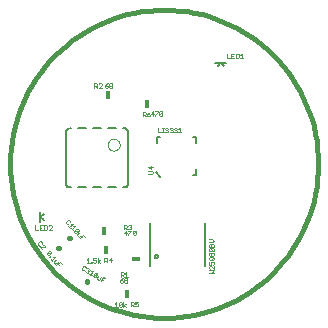
<source format=gto>
G75*
G70*
%OFA0B0*%
%FSLAX24Y24*%
%IPPOS*%
%LPD*%
%AMOC8*
5,1,8,0,0,1.08239X$1,22.5*
%
%ADD10C,0.0160*%
%ADD11C,0.0060*%
%ADD12C,0.0020*%
%ADD13C,0.0080*%
%ADD14C,0.0010*%
%ADD15R,0.0280X0.0160*%
%ADD16R,0.0160X0.0280*%
D10*
X004429Y003291D02*
X004441Y003312D01*
X003488Y004423D02*
X003470Y004408D01*
X003852Y004742D02*
X003869Y004758D01*
X001877Y007227D02*
X001883Y007479D01*
X001902Y007730D01*
X001933Y007980D01*
X001976Y008228D01*
X002031Y008474D01*
X002098Y008717D01*
X002177Y008956D01*
X002268Y009191D01*
X002370Y009422D01*
X002483Y009647D01*
X002607Y009866D01*
X002742Y010079D01*
X002887Y010285D01*
X003042Y010483D01*
X003207Y010674D01*
X003380Y010857D01*
X003563Y011030D01*
X003754Y011195D01*
X003952Y011350D01*
X004158Y011495D01*
X004371Y011630D01*
X004590Y011754D01*
X004815Y011867D01*
X005046Y011969D01*
X005281Y012060D01*
X005520Y012139D01*
X005763Y012206D01*
X006009Y012261D01*
X006257Y012304D01*
X006507Y012335D01*
X006758Y012354D01*
X007010Y012360D01*
X007262Y012354D01*
X007513Y012335D01*
X007763Y012304D01*
X008011Y012261D01*
X008257Y012206D01*
X008500Y012139D01*
X008739Y012060D01*
X008974Y011969D01*
X009205Y011867D01*
X009430Y011754D01*
X009649Y011630D01*
X009862Y011495D01*
X010068Y011350D01*
X010266Y011195D01*
X010457Y011030D01*
X010640Y010857D01*
X010813Y010674D01*
X010978Y010483D01*
X011133Y010285D01*
X011278Y010079D01*
X011413Y009866D01*
X011537Y009647D01*
X011650Y009422D01*
X011752Y009191D01*
X011843Y008956D01*
X011922Y008717D01*
X011989Y008474D01*
X012044Y008228D01*
X012087Y007980D01*
X012118Y007730D01*
X012137Y007479D01*
X012143Y007227D01*
X012137Y006975D01*
X012118Y006724D01*
X012087Y006474D01*
X012044Y006226D01*
X011989Y005980D01*
X011922Y005737D01*
X011843Y005498D01*
X011752Y005263D01*
X011650Y005032D01*
X011537Y004807D01*
X011413Y004588D01*
X011278Y004375D01*
X011133Y004169D01*
X010978Y003971D01*
X010813Y003780D01*
X010640Y003597D01*
X010457Y003424D01*
X010266Y003259D01*
X010068Y003104D01*
X009862Y002959D01*
X009649Y002824D01*
X009430Y002700D01*
X009205Y002587D01*
X008974Y002485D01*
X008739Y002394D01*
X008500Y002315D01*
X008257Y002248D01*
X008011Y002193D01*
X007763Y002150D01*
X007513Y002119D01*
X007262Y002100D01*
X007010Y002094D01*
X006758Y002100D01*
X006507Y002119D01*
X006257Y002150D01*
X006009Y002193D01*
X005763Y002248D01*
X005520Y002315D01*
X005281Y002394D01*
X005046Y002485D01*
X004815Y002587D01*
X004590Y002700D01*
X004371Y002824D01*
X004158Y002959D01*
X003952Y003104D01*
X003754Y003259D01*
X003563Y003424D01*
X003380Y003597D01*
X003207Y003780D01*
X003042Y003971D01*
X002887Y004169D01*
X002742Y004375D01*
X002607Y004588D01*
X002483Y004807D01*
X002370Y005032D01*
X002268Y005263D01*
X002177Y005498D01*
X002098Y005737D01*
X002031Y005980D01*
X001976Y006226D01*
X001933Y006474D01*
X001902Y006724D01*
X001883Y006975D01*
X001877Y007227D01*
D11*
X003746Y006538D02*
X003746Y008309D01*
X003747Y008309D02*
X003748Y008326D01*
X003753Y008343D01*
X003760Y008358D01*
X003770Y008372D01*
X003782Y008384D01*
X003796Y008394D01*
X003811Y008401D01*
X003828Y008406D01*
X003845Y008407D01*
X003853Y008408D02*
X003904Y008408D01*
X004144Y008408D02*
X004400Y008408D01*
X004644Y008408D02*
X004900Y008408D01*
X005144Y008408D02*
X005396Y008408D01*
X005640Y008408D02*
X005691Y008408D01*
X005695Y008407D02*
X005712Y008406D01*
X005729Y008401D01*
X005744Y008394D01*
X005758Y008384D01*
X005770Y008372D01*
X005780Y008358D01*
X005787Y008343D01*
X005792Y008326D01*
X005793Y008309D01*
X005794Y008305D02*
X005794Y006538D01*
X005793Y006538D02*
X005792Y006521D01*
X005787Y006504D01*
X005780Y006489D01*
X005770Y006475D01*
X005758Y006463D01*
X005744Y006453D01*
X005729Y006446D01*
X005712Y006441D01*
X005695Y006440D01*
X005691Y006439D02*
X005640Y006439D01*
X005396Y006439D02*
X005144Y006439D01*
X004896Y006439D02*
X004644Y006439D01*
X004396Y006439D02*
X004144Y006439D01*
X003900Y006439D02*
X003841Y006439D01*
X003845Y006440D02*
X003828Y006441D01*
X003811Y006446D01*
X003796Y006453D01*
X003782Y006463D01*
X003770Y006475D01*
X003760Y006489D01*
X003753Y006504D01*
X003748Y006521D01*
X003747Y006538D01*
X006525Y005240D02*
X006525Y003820D01*
X008385Y003820D02*
X008385Y005240D01*
D12*
X005132Y007862D02*
X005134Y007889D01*
X005140Y007916D01*
X005149Y007942D01*
X005162Y007966D01*
X005178Y007989D01*
X005197Y008008D01*
X005219Y008025D01*
X005243Y008039D01*
X005268Y008049D01*
X005295Y008056D01*
X005322Y008059D01*
X005350Y008058D01*
X005377Y008053D01*
X005403Y008045D01*
X005427Y008033D01*
X005450Y008017D01*
X005471Y007999D01*
X005488Y007978D01*
X005503Y007954D01*
X005514Y007929D01*
X005522Y007903D01*
X005526Y007876D01*
X005526Y007848D01*
X005522Y007821D01*
X005514Y007795D01*
X005503Y007770D01*
X005488Y007746D01*
X005471Y007725D01*
X005450Y007707D01*
X005428Y007691D01*
X005403Y007679D01*
X005377Y007671D01*
X005350Y007666D01*
X005322Y007665D01*
X005295Y007668D01*
X005268Y007675D01*
X005243Y007685D01*
X005219Y007699D01*
X005197Y007716D01*
X005178Y007735D01*
X005162Y007758D01*
X005149Y007782D01*
X005140Y007808D01*
X005134Y007835D01*
X005132Y007862D01*
D13*
X006774Y007918D02*
X006774Y008118D01*
X006884Y008118D01*
X007964Y008118D02*
X008074Y008118D01*
X008074Y007918D01*
X008074Y007038D02*
X008074Y006838D01*
X007964Y006838D01*
X006884Y006798D02*
X006744Y006938D01*
X006688Y004140D02*
X006690Y004155D01*
X006696Y004168D01*
X006705Y004180D01*
X006716Y004189D01*
X006730Y004195D01*
X006745Y004197D01*
X006760Y004195D01*
X006773Y004189D01*
X006785Y004180D01*
X006794Y004169D01*
X006800Y004155D01*
X006802Y004140D01*
X006800Y004125D01*
X006794Y004112D01*
X006785Y004100D01*
X006774Y004091D01*
X006760Y004085D01*
X006745Y004083D01*
X006730Y004085D01*
X006717Y004091D01*
X006705Y004100D01*
X006696Y004111D01*
X006690Y004125D01*
X006688Y004140D01*
X003002Y005365D02*
X002886Y005441D01*
X002880Y005451D02*
X003002Y005543D01*
X002880Y005632D02*
X002880Y005451D01*
X002880Y005270D01*
X008715Y010601D02*
X008896Y010601D01*
X008988Y010479D01*
X009077Y010601D02*
X008896Y010601D01*
X008886Y010595D02*
X008810Y010479D01*
D14*
X003527Y003945D02*
X003414Y003846D01*
X003383Y003882D02*
X003334Y003938D01*
X003336Y003973D01*
X003393Y004023D01*
X003458Y003948D02*
X003383Y003882D01*
X003471Y003895D02*
X003504Y003858D01*
X003527Y003945D02*
X003593Y003870D01*
X003286Y003992D02*
X003220Y004068D01*
X003188Y004104D02*
X003172Y004123D01*
X003191Y004140D01*
X003207Y004121D01*
X003188Y004104D01*
X003159Y004175D02*
X003124Y004178D01*
X003091Y004215D01*
X003093Y004250D01*
X003235Y004241D01*
X003159Y004175D01*
X003093Y004250D02*
X003169Y004316D01*
X003204Y004314D01*
X003237Y004276D01*
X003235Y004241D01*
X003296Y004134D02*
X003366Y004129D01*
X003253Y004030D01*
X002944Y004373D02*
X002878Y004449D01*
X003020Y004439D01*
X003039Y004456D01*
X003041Y004491D01*
X003008Y004529D01*
X002973Y004531D01*
X002941Y004566D02*
X002944Y004602D01*
X002911Y004639D01*
X002876Y004642D01*
X002800Y004576D01*
X002798Y004541D01*
X002831Y004503D01*
X002866Y004501D01*
X002860Y005021D02*
X002960Y005021D01*
X003007Y005021D02*
X003082Y005021D01*
X003108Y005046D01*
X003108Y005146D01*
X003082Y005171D01*
X003007Y005171D01*
X003007Y005021D01*
X002910Y005096D02*
X002860Y005096D01*
X002860Y005171D02*
X002860Y005021D01*
X002813Y005021D02*
X002713Y005021D01*
X002713Y005171D01*
X002860Y005171D02*
X002960Y005171D01*
X003155Y005146D02*
X003180Y005171D01*
X003230Y005171D01*
X003255Y005146D01*
X003255Y005121D01*
X003155Y005021D01*
X003255Y005021D01*
X003736Y005245D02*
X003770Y005208D01*
X003805Y005206D01*
X003818Y005154D02*
X003886Y005080D01*
X003894Y005086D02*
X003961Y005012D01*
X003927Y005049D02*
X004039Y005149D01*
X003968Y005153D01*
X003963Y005218D02*
X003852Y005117D01*
X003893Y005221D02*
X003963Y005218D01*
X003880Y005273D02*
X003881Y005309D01*
X003848Y005346D01*
X003813Y005348D01*
X003738Y005280D01*
X003736Y005245D01*
X004011Y004993D02*
X004153Y004986D01*
X004078Y004919D01*
X004043Y004921D01*
X004009Y004958D01*
X004011Y004993D01*
X004085Y005060D01*
X004121Y005059D01*
X004154Y005022D01*
X004153Y004986D01*
X004166Y004934D02*
X004110Y004884D01*
X004108Y004849D01*
X004158Y004793D01*
X004233Y004860D01*
X004246Y004808D02*
X004279Y004771D01*
X004190Y004758D02*
X004302Y004859D01*
X004369Y004784D01*
X004471Y004085D02*
X004471Y003935D01*
X004421Y003935D02*
X004522Y003935D01*
X004569Y003935D02*
X004594Y003935D01*
X004594Y003960D01*
X004569Y003960D01*
X004569Y003935D01*
X004642Y003960D02*
X004667Y003935D01*
X004717Y003935D01*
X004743Y003960D01*
X004743Y004010D01*
X004717Y004035D01*
X004692Y004035D01*
X004642Y004010D01*
X004642Y004085D01*
X004743Y004085D01*
X004790Y004085D02*
X004790Y003935D01*
X004790Y003985D02*
X004865Y004035D01*
X004790Y003985D02*
X004865Y003935D01*
X005015Y003938D02*
X005015Y004088D01*
X005090Y004088D01*
X005115Y004063D01*
X005115Y004013D01*
X005090Y003988D01*
X005015Y003988D01*
X005065Y003988D02*
X005115Y003938D01*
X005163Y004013D02*
X005263Y004013D01*
X005238Y003938D02*
X005238Y004088D01*
X005163Y004013D01*
X005555Y003616D02*
X005630Y003616D01*
X005655Y003591D01*
X005655Y003541D01*
X005630Y003516D01*
X005555Y003516D01*
X005605Y003516D02*
X005655Y003466D01*
X005702Y003466D02*
X005802Y003466D01*
X005752Y003466D02*
X005752Y003616D01*
X005702Y003566D01*
X005704Y003416D02*
X005754Y003416D01*
X005779Y003391D01*
X005779Y003366D01*
X005754Y003341D01*
X005704Y003341D01*
X005679Y003366D01*
X005679Y003391D01*
X005704Y003416D01*
X005631Y003416D02*
X005581Y003391D01*
X005531Y003341D01*
X005606Y003341D01*
X005631Y003316D01*
X005631Y003291D01*
X005606Y003266D01*
X005556Y003266D01*
X005531Y003291D01*
X005531Y003341D01*
X005555Y003466D02*
X005555Y003616D01*
X005704Y003341D02*
X005679Y003316D01*
X005679Y003291D01*
X005704Y003266D01*
X005754Y003266D01*
X005779Y003291D01*
X005779Y003316D01*
X005754Y003341D01*
X005051Y003408D02*
X004965Y003459D01*
X004888Y003331D01*
X004848Y003355D02*
X004783Y003393D01*
X004775Y003428D01*
X004813Y003492D01*
X004786Y003538D02*
X004734Y003452D01*
X004700Y003443D01*
X004657Y003469D01*
X004648Y003503D01*
X004786Y003538D01*
X004777Y003572D01*
X004734Y003598D01*
X004700Y003589D01*
X004648Y003503D01*
X004595Y003506D02*
X004509Y003558D01*
X004552Y003532D02*
X004629Y003661D01*
X004561Y003643D01*
X004510Y003667D02*
X004476Y003659D01*
X004485Y003624D01*
X004472Y003603D01*
X004437Y003594D01*
X004394Y003620D01*
X004386Y003654D01*
X004345Y003679D02*
X004311Y003670D01*
X004268Y003696D01*
X004259Y003730D01*
X004311Y003816D01*
X004345Y003825D01*
X004388Y003799D01*
X004397Y003764D01*
X004437Y003740D02*
X004472Y003749D01*
X004514Y003723D01*
X004523Y003689D01*
X004510Y003667D01*
X004476Y003659D02*
X004454Y003672D01*
X004421Y004035D02*
X004471Y004085D01*
X004899Y003441D02*
X004848Y003355D01*
X004927Y003395D02*
X004970Y003369D01*
X005403Y002617D02*
X005403Y002466D01*
X005353Y002466D02*
X005453Y002466D01*
X005501Y002492D02*
X005601Y002592D01*
X005601Y002492D01*
X005576Y002466D01*
X005526Y002466D01*
X005501Y002492D01*
X005501Y002592D01*
X005526Y002617D01*
X005576Y002617D01*
X005601Y002592D01*
X005648Y002617D02*
X005648Y002466D01*
X005648Y002517D02*
X005723Y002466D01*
X005648Y002517D02*
X005723Y002567D01*
X005893Y002520D02*
X005968Y002520D01*
X005993Y002545D01*
X005993Y002595D01*
X005968Y002620D01*
X005893Y002620D01*
X005893Y002470D01*
X005943Y002520D02*
X005993Y002470D01*
X006041Y002495D02*
X006066Y002470D01*
X006116Y002470D01*
X006141Y002495D01*
X006141Y002545D01*
X006116Y002570D01*
X006091Y002570D01*
X006041Y002545D01*
X006041Y002620D01*
X006141Y002620D01*
X005403Y002617D02*
X005353Y002567D01*
X005744Y004845D02*
X005744Y004995D01*
X005669Y004920D01*
X005769Y004920D01*
X005816Y004870D02*
X005816Y004845D01*
X005816Y004870D02*
X005916Y004970D01*
X005916Y004995D01*
X005816Y004995D01*
X005837Y005038D02*
X005812Y005063D01*
X005837Y005038D02*
X005887Y005038D01*
X005912Y005063D01*
X005912Y005088D01*
X005887Y005113D01*
X005862Y005113D01*
X005887Y005113D02*
X005912Y005138D01*
X005912Y005163D01*
X005887Y005188D01*
X005837Y005188D01*
X005812Y005163D01*
X005765Y005163D02*
X005740Y005188D01*
X005665Y005188D01*
X005665Y005038D01*
X005665Y005088D02*
X005740Y005088D01*
X005765Y005113D01*
X005765Y005163D01*
X005715Y005088D02*
X005765Y005038D01*
X005963Y004970D02*
X005963Y004870D01*
X006064Y004970D01*
X006064Y004870D01*
X006039Y004845D01*
X005988Y004845D01*
X005963Y004870D01*
X005963Y004970D02*
X005988Y004995D01*
X006039Y004995D01*
X006064Y004970D01*
X006481Y006893D02*
X006606Y006893D01*
X006631Y006918D01*
X006631Y006968D01*
X006606Y006993D01*
X006481Y006993D01*
X006556Y007040D02*
X006481Y007115D01*
X006631Y007115D01*
X006556Y007140D02*
X006556Y007040D01*
X006794Y008272D02*
X006894Y008272D01*
X006942Y008272D02*
X006992Y008272D01*
X006967Y008272D02*
X006967Y008423D01*
X006942Y008423D02*
X006992Y008423D01*
X007040Y008398D02*
X007040Y008372D01*
X007065Y008347D01*
X007115Y008347D01*
X007140Y008322D01*
X007140Y008297D01*
X007115Y008272D01*
X007065Y008272D01*
X007040Y008297D01*
X007040Y008398D02*
X007065Y008423D01*
X007115Y008423D01*
X007140Y008398D01*
X007187Y008398D02*
X007212Y008423D01*
X007262Y008423D01*
X007287Y008398D01*
X007287Y008372D01*
X007262Y008347D01*
X007287Y008322D01*
X007287Y008297D01*
X007262Y008272D01*
X007212Y008272D01*
X007187Y008297D01*
X007237Y008347D02*
X007262Y008347D01*
X007335Y008297D02*
X007360Y008272D01*
X007410Y008272D01*
X007435Y008297D01*
X007435Y008322D01*
X007410Y008347D01*
X007385Y008347D01*
X007410Y008347D02*
X007435Y008372D01*
X007435Y008398D01*
X007410Y008423D01*
X007360Y008423D01*
X007335Y008398D01*
X007482Y008372D02*
X007532Y008423D01*
X007532Y008272D01*
X007482Y008272D02*
X007582Y008272D01*
X006948Y008846D02*
X006923Y008821D01*
X006873Y008821D01*
X006848Y008846D01*
X006948Y008946D01*
X006948Y008846D01*
X006948Y008946D02*
X006923Y008971D01*
X006873Y008971D01*
X006848Y008946D01*
X006848Y008846D01*
X006801Y008946D02*
X006701Y008846D01*
X006701Y008821D01*
X006628Y008821D02*
X006628Y008971D01*
X006553Y008896D01*
X006653Y008896D01*
X006701Y008971D02*
X006801Y008971D01*
X006801Y008946D01*
X006538Y008955D02*
X006488Y008930D01*
X006438Y008880D01*
X006513Y008880D01*
X006538Y008855D01*
X006538Y008830D01*
X006513Y008804D01*
X006463Y008804D01*
X006438Y008830D01*
X006438Y008880D01*
X006391Y008880D02*
X006366Y008855D01*
X006291Y008855D01*
X006341Y008855D02*
X006391Y008804D01*
X006391Y008880D02*
X006391Y008930D01*
X006366Y008955D01*
X006291Y008955D01*
X006291Y008804D01*
X006794Y008423D02*
X006794Y008272D01*
X005278Y009783D02*
X005253Y009758D01*
X005203Y009758D01*
X005178Y009783D01*
X005178Y009808D01*
X005203Y009833D01*
X005253Y009833D01*
X005278Y009808D01*
X005278Y009783D01*
X005253Y009833D02*
X005278Y009858D01*
X005278Y009883D01*
X005253Y009908D01*
X005203Y009908D01*
X005178Y009883D01*
X005178Y009858D01*
X005203Y009833D01*
X005131Y009808D02*
X005131Y009783D01*
X005106Y009758D01*
X005056Y009758D01*
X005031Y009783D01*
X005031Y009833D01*
X005106Y009833D01*
X005131Y009808D01*
X005081Y009883D02*
X005031Y009833D01*
X005081Y009883D02*
X005131Y009908D01*
X004920Y009880D02*
X004895Y009905D01*
X004845Y009905D01*
X004820Y009880D01*
X004773Y009880D02*
X004773Y009830D01*
X004748Y009805D01*
X004673Y009805D01*
X004723Y009805D02*
X004773Y009755D01*
X004820Y009755D02*
X004920Y009855D01*
X004920Y009880D01*
X004920Y009755D02*
X004820Y009755D01*
X004773Y009880D02*
X004748Y009905D01*
X004673Y009905D01*
X004673Y009755D01*
X009099Y010749D02*
X009199Y010749D01*
X009246Y010749D02*
X009346Y010749D01*
X009393Y010749D02*
X009468Y010749D01*
X009493Y010774D01*
X009493Y010874D01*
X009468Y010899D01*
X009393Y010899D01*
X009393Y010749D01*
X009296Y010824D02*
X009246Y010824D01*
X009246Y010899D02*
X009246Y010749D01*
X009099Y010749D02*
X009099Y010899D01*
X009246Y010899D02*
X009346Y010899D01*
X009541Y010849D02*
X009591Y010899D01*
X009591Y010749D01*
X009541Y010749D02*
X009641Y010749D01*
X008603Y004705D02*
X008503Y004705D01*
X008503Y004605D02*
X008603Y004605D01*
X008653Y004655D01*
X008603Y004705D01*
X008603Y004558D02*
X008628Y004558D01*
X008653Y004533D01*
X008653Y004458D01*
X008503Y004458D01*
X008503Y004533D01*
X008528Y004558D01*
X008553Y004558D01*
X008578Y004533D01*
X008578Y004458D01*
X008628Y004411D02*
X008653Y004386D01*
X008653Y004336D01*
X008628Y004311D01*
X008528Y004411D01*
X008628Y004411D01*
X008628Y004311D02*
X008528Y004311D01*
X008503Y004336D01*
X008503Y004386D01*
X008528Y004411D01*
X008578Y004533D02*
X008603Y004558D01*
X008603Y004264D02*
X008628Y004264D01*
X008653Y004238D01*
X008653Y004188D01*
X008628Y004163D01*
X008603Y004163D01*
X008578Y004188D01*
X008578Y004238D01*
X008603Y004264D01*
X008578Y004238D02*
X008553Y004264D01*
X008528Y004264D01*
X008503Y004238D01*
X008503Y004188D01*
X008528Y004163D01*
X008553Y004163D01*
X008578Y004188D01*
X008628Y004116D02*
X008653Y004091D01*
X008653Y004041D01*
X008628Y004016D01*
X008528Y004016D01*
X008503Y004041D01*
X008503Y004091D01*
X008528Y004116D01*
X008628Y004116D01*
X008653Y004116D02*
X008603Y004066D01*
X008628Y003969D02*
X008653Y003944D01*
X008653Y003894D01*
X008628Y003869D01*
X008578Y003869D02*
X008553Y003919D01*
X008553Y003944D01*
X008578Y003969D01*
X008628Y003969D01*
X008578Y003869D02*
X008503Y003869D01*
X008503Y003969D01*
X008528Y003822D02*
X008503Y003797D01*
X008503Y003746D01*
X008528Y003721D01*
X008503Y003674D02*
X008653Y003674D01*
X008603Y003624D01*
X008653Y003574D01*
X008503Y003574D01*
X008653Y003721D02*
X008553Y003822D01*
X008528Y003822D01*
X008653Y003822D02*
X008653Y003721D01*
D15*
X006061Y004038D03*
D16*
X005073Y004349D03*
X005006Y004975D03*
X005754Y002880D03*
X006447Y009215D03*
X005136Y009534D03*
M02*

</source>
